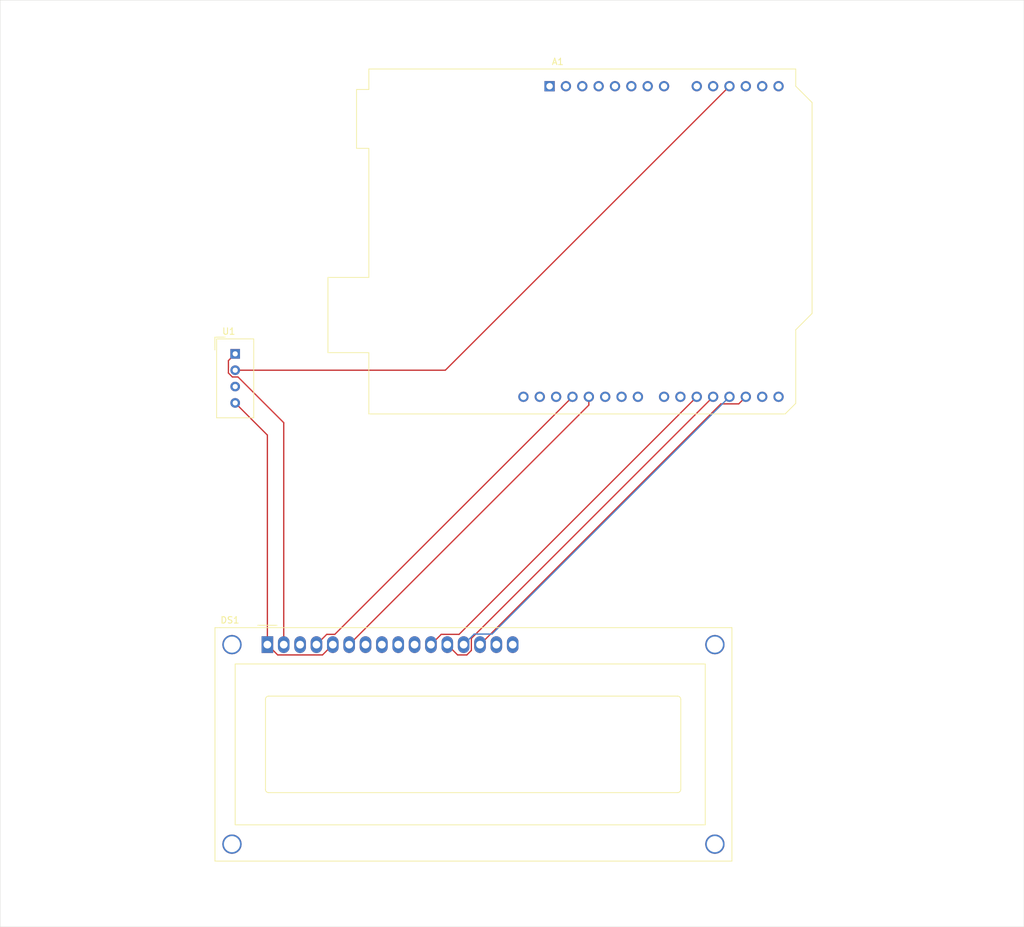
<source format=kicad_pcb>
(kicad_pcb (version 20240108) (generator "pcbnew") (generator_version "8.0")
  (layers (0 "F.Cu" signal) (31 "B.Cu" signal) (34 "B.Paste" user) (35 "F.Paste" user) (36 "B.SilkS" user "B.Silkscreen") (37 "F.SilkS" user "F.Silkscreen") (38 "B.Mask" user) (39 "F.Mask" user) (44 "Edge.Cuts" user))
  (net 0 "")
  (net 2 "Net-(A1-D12)")
  (net 5 "Net-(A1-D11)")
  (net 6 "Net-(A1-D4)")
  (net 7 "Net-(A1-D3)")
  (net 10 "Net-(A1-D5)")
  (net 12 "Net-(A1-A2)")
  (net 14 "Net-(A1-A0)")
  (net 18 "Net-(A1-D2)")
  (net 29 "Net-(A1-A1)")
  (net 30 "Net-(A1-D13)")
  (net 31 "GND")
  (net 35 "Net-(DS1-VO)")
  (net 37 "+5V")
  (footprint "Display:WC1602A" (layer "F.Cu") (at 88.5 114.6425)
    (property "Reference" "DS1" (at -5.82 -3.81 0) (layer "F.SilkS"))
    (property "Value" "WC1602A")
    (fp_line (start -8.14 -2.64) (end -8.14 33.64) (stroke (width 0.12)) (layer "F.SilkS"))
    (fp_line (start -8.14 33.64) (end 72.14 33.64) (stroke (width 0.12)) (layer "F.SilkS"))
    (fp_line (start -8.13 -2.64) (end -7.34 -2.64) (stroke (width 0.12)) (layer "F.SilkS"))
    (fp_line (start -5 3) (end 68 3) (stroke (width 0.12)) (layer "F.SilkS"))
    (fp_line (start -5 28) (end -5 3) (stroke (width 0.12)) (layer "F.SilkS"))
    (fp_line (start -1.5 -3) (end 1.5 -3) (stroke (width 0.12)) (layer "F.SilkS"))
    (fp_line (start -0.29972 22.49932) (end -0.29972 8.5) (stroke (width 0.12)) (layer "F.SilkS"))
    (fp_line (start 0.2 8) (end 63.7 8) (stroke (width 0.12)) (layer "F.SilkS"))
    (fp_line (start 63.70066 23) (end 0.2 23) (stroke (width 0.12)) (layer "F.SilkS"))
    (fp_line (start 64.2 8.5) (end 64.2 22.5) (stroke (width 0.12)) (layer "F.SilkS"))
    (fp_line (start 68 3) (end 68 28) (stroke (width 0.12)) (layer "F.SilkS"))
    (fp_line (start 68 28) (end -5 28) (stroke (width 0.12)) (layer "F.SilkS"))
    (fp_line (start 72.14 -2.64) (end -7.34 -2.64) (stroke (width 0.12)) (layer "F.SilkS"))
    (fp_line (start 72.14 33.64) (end 72.14 -2.64) (stroke (width 0.12)) (layer "F.SilkS"))
    (fp_arc (start -0.29972 8.49884) (mid -0.153162 8.145018) (end 0.20066 7.99846) (stroke (width 0.12)) (layer "F.SilkS"))
    (fp_arc (start 0.20066 22.9997) (mid -0.153162 22.853142) (end -0.29972 22.49932) (stroke (width 0.12)) (layer "F.SilkS"))
    (fp_arc (start 63.7 8) (mid 64.053553 8.146447) (end 64.2 8.5) (stroke (width 0.12)) (layer "F.SilkS"))
    (fp_arc (start 64.20104 22.49932) (mid 64.054479 22.85315) (end 63.70066 22.9997) (stroke (width 0.12)) (layer "F.SilkS"))
    (pad "" thru_hole circle (at -5.4991 0) (size 3 3) (drill 2.5) (layers "*.Cu" "*.Mask"))
    (pad "" thru_hole circle (at -5.4991 31.0007) (size 3 3) (drill 2.5) (layers "*.Cu" "*.Mask"))
    (pad "" thru_hole circle (at 69.49948 31.0007) (size 3 3) (drill 2.5) (layers "*.Cu" "*.Mask"))
    (pad "" thru_hole circle (at 69.5 0) (size 3 3) (drill 2.5) (layers "*.Cu" "*.Mask"))
    (pad "1" thru_hole rect (at 0 0) (size 1.8 2.6) (drill 1.2) (layers "*.Cu" "*.Mask") (net 31 "GND"))
    (pad "2" thru_hole oval (at 2.54 0) (size 1.8 2.6) (drill 1.2) (layers "*.Cu" "*.Mask") (net 37 "+5V"))
    (pad "3" thru_hole oval (at 5.08 0) (size 1.8 2.6) (drill 1.2) (layers "*.Cu" "*.Mask") (net 35 "Net-(DS1-VO)"))
    (pad "4" thru_hole oval (at 7.62 0) (size 1.8 2.6) (drill 1.2) (layers "*.Cu" "*.Mask") (net 2 "Net-(A1-D12)"))
    (pad "5" thru_hole oval (at 10.16 0) (size 1.8 2.6) (drill 1.2) (layers "*.Cu" "*.Mask") (net 31 "GND"))
    (pad "6" thru_hole oval (at 12.7 0) (size 1.8 2.6) (drill 1.2) (layers "*.Cu" "*.Mask") (net 5 "Net-(A1-D11)"))
    (pad "7" thru_hole oval (at 15.24 0) (size 1.8 2.6) (drill 1.2) (layers "*.Cu" "*.Mask"))
    (pad "8" thru_hole oval (at 17.78 0) (size 1.8 2.6) (drill 1.2) (layers "*.Cu" "*.Mask"))
    (pad "9" thru_hole oval (at 20.32 0) (size 1.8 2.6) (drill 1.2) (layers "*.Cu" "*.Mask"))
    (pad "10" thru_hole oval (at 22.86 0) (size 1.8 2.6) (drill 1.2) (layers "*.Cu" "*.Mask"))
    (pad "11" thru_hole oval (at 25.4 0) (size 1.8 2.6) (drill 1.2) (layers "*.Cu" "*.Mask") (net 10 "Net-(A1-D5)"))
    (pad "12" thru_hole oval (at 27.94 0) (size 1.8 2.6) (drill 1.2) (layers "*.Cu" "*.Mask") (net 6 "Net-(A1-D4)"))
    (pad "13" thru_hole oval (at 30.48 0) (size 1.8 2.6) (drill 1.2) (layers "*.Cu" "*.Mask") (net 7 "Net-(A1-D3)"))
    (pad "14" thru_hole oval (at 33.02 0) (size 1.8 2.6) (drill 1.2) (layers "*.Cu" "*.Mask") (net 18 "Net-(A1-D2)"))
    (pad "15" thru_hole oval (at 35.56 0) (size 1.8 2.6) (drill 1.2) (layers "*.Cu" "*.Mask"))
    (pad "16" thru_hole oval (at 38.1 0) (size 1.8 2.6) (drill 1.2) (layers "*.Cu" "*.Mask"))
  )
  (footprint "Module:Arduino_UNO_R2" (layer "F.Cu") (at 132.325 27.87)
    (property "Reference" "A1" (at 1.27 -3.81 180) (layer "F.SilkS"))
    (property "Value" "Arduino_UNO_R2")
    (fp_line (start -34.42 29.72) (end -34.42 41.4) (stroke (width 0.12)) (layer "F.SilkS"))
    (fp_line (start -34.42 41.4) (end -28.07 41.4) (stroke (width 0.12)) (layer "F.SilkS"))
    (fp_line (start -29.97 0.51) (end -29.97 9.65) (stroke (width 0.12)) (layer "F.SilkS"))
    (fp_line (start -29.97 9.65) (end -28.07 9.65) (stroke (width 0.12)) (layer "F.SilkS"))
    (fp_line (start -28.07 -2.67) (end -28.07 0.51) (stroke (width 0.12)) (layer "F.SilkS"))
    (fp_line (start -28.07 0.51) (end -29.97 0.51) (stroke (width 0.12)) (layer "F.SilkS"))
    (fp_line (start -28.07 9.65) (end -28.07 29.72) (stroke (width 0.12)) (layer "F.SilkS"))
    (fp_line (start -28.07 29.72) (end -34.42 29.72) (stroke (width 0.12)) (layer "F.SilkS"))
    (fp_line (start -28.07 41.4) (end -28.07 50.93) (stroke (width 0.12)) (layer "F.SilkS"))
    (fp_line (start -28.07 50.93) (end 36.58 50.93) (stroke (width 0.12)) (layer "F.SilkS"))
    (fp_line (start 36.58 50.93) (end 38.23 49.28) (stroke (width 0.12)) (layer "F.SilkS"))
    (fp_line (start 38.23 -2.67) (end -28.07 -2.67) (stroke (width 0.12)) (layer "F.SilkS"))
    (fp_line (start 38.23 0) (end 38.23 -2.67) (stroke (width 0.12)) (layer "F.SilkS"))
    (fp_line (start 38.23 37.85) (end 40.77 35.31) (stroke (width 0.12)) (layer "F.SilkS"))
    (fp_line (start 38.23 49.28) (end 38.23 37.85) (stroke (width 0.12)) (layer "F.SilkS"))
    (fp_line (start 40.77 2.54) (end 38.23 0) (stroke (width 0.12)) (layer "F.SilkS"))
    (fp_line (start 40.77 35.31) (end 40.77 2.54) (stroke (width 0.12)) (layer "F.SilkS"))
    (pad "1" thru_hole rect (at 0 0 90) (size 1.6 1.6) (drill 1) (layers "*.Cu" "*.Mask"))
    (pad "2" thru_hole oval (at 2.54 0 90) (size 1.6 1.6) (drill 1) (layers "*.Cu" "*.Mask"))
    (pad "3" thru_hole oval (at 5.08 0 90) (size 1.6 1.6) (drill 1) (layers "*.Cu" "*.Mask"))
    (pad "4" thru_hole oval (at 7.62 0 90) (size 1.6 1.6) (drill 1) (layers "*.Cu" "*.Mask"))
    (pad "5" thru_hole oval (at 10.16 0 90) (size 1.6 1.6) (drill 1) (layers "*.Cu" "*.Mask"))
    (pad "6" thru_hole oval (at 12.7 0 90) (size 1.6 1.6) (drill 1) (layers "*.Cu" "*.Mask"))
    (pad "7" thru_hole oval (at 15.24 0 90) (size 1.6 1.6) (drill 1) (layers "*.Cu" "*.Mask"))
    (pad "8" thru_hole oval (at 17.78 0 90) (size 1.6 1.6) (drill 1) (layers "*.Cu" "*.Mask"))
    (pad "9" thru_hole oval (at 22.86 0 90) (size 1.6 1.6) (drill 1) (layers "*.Cu" "*.Mask") (net 14 "Net-(A1-A0)"))
    (pad "10" thru_hole oval (at 25.4 0 90) (size 1.6 1.6) (drill 1) (layers "*.Cu" "*.Mask") (net 29 "Net-(A1-A1)"))
    (pad "11" thru_hole oval (at 27.94 0 90) (size 1.6 1.6) (drill 1) (layers "*.Cu" "*.Mask") (net 12 "Net-(A1-A2)"))
    (pad "12" thru_hole oval (at 30.48 0 90) (size 1.6 1.6) (drill 1) (layers "*.Cu" "*.Mask"))
    (pad "13" thru_hole oval (at 33.02 0 90) (size 1.6 1.6) (drill 1) (layers "*.Cu" "*.Mask"))
    (pad "14" thru_hole oval (at 35.56 0 90) (size 1.6 1.6) (drill 1) (layers "*.Cu" "*.Mask"))
    (pad "15" thru_hole oval (at 35.56 48.26 90) (size 1.6 1.6) (drill 1) (layers "*.Cu" "*.Mask"))
    (pad "16" thru_hole oval (at 33.02 48.26 90) (size 1.6 1.6) (drill 1) (layers "*.Cu" "*.Mask"))
    (pad "17" thru_hole oval (at 30.48 48.26 90) (size 1.6 1.6) (drill 1) (layers "*.Cu" "*.Mask") (net 18 "Net-(A1-D2)"))
    (pad "18" thru_hole oval (at 27.94 48.26 90) (size 1.6 1.6) (drill 1) (layers "*.Cu" "*.Mask") (net 7 "Net-(A1-D3)"))
    (pad "19" thru_hole oval (at 25.4 48.26 90) (size 1.6 1.6) (drill 1) (layers "*.Cu" "*.Mask") (net 6 "Net-(A1-D4)"))
    (pad "20" thru_hole oval (at 22.86 48.26 90) (size 1.6 1.6) (drill 1) (layers "*.Cu" "*.Mask") (net 10 "Net-(A1-D5)"))
    (pad "21" thru_hole oval (at 20.32 48.26 90) (size 1.6 1.6) (drill 1) (layers "*.Cu" "*.Mask"))
    (pad "22" thru_hole oval (at 17.78 48.26 90) (size 1.6 1.6) (drill 1) (layers "*.Cu" "*.Mask"))
    (pad "23" thru_hole oval (at 13.72 48.26 90) (size 1.6 1.6) (drill 1) (layers "*.Cu" "*.Mask"))
    (pad "24" thru_hole oval (at 11.18 48.26 90) (size 1.6 1.6) (drill 1) (layers "*.Cu" "*.Mask"))
    (pad "25" thru_hole oval (at 8.64 48.26 90) (size 1.6 1.6) (drill 1) (layers "*.Cu" "*.Mask"))
    (pad "26" thru_hole oval (at 6.1 48.26 90) (size 1.6 1.6) (drill 1) (layers "*.Cu" "*.Mask") (net 5 "Net-(A1-D11)"))
    (pad "27" thru_hole oval (at 3.56 48.26 90) (size 1.6 1.6) (drill 1) (layers "*.Cu" "*.Mask") (net 2 "Net-(A1-D12)"))
    (pad "28" thru_hole oval (at 1.02 48.26 90) (size 1.6 1.6) (drill 1) (layers "*.Cu" "*.Mask") (net 30 "Net-(A1-D13)"))
    (pad "29" thru_hole oval (at -1.52 48.26 90) (size 1.6 1.6) (drill 1) (layers "*.Cu" "*.Mask"))
    (pad "30" thru_hole oval (at -4.06 48.26 90) (size 1.6 1.6) (drill 1) (layers "*.Cu" "*.Mask"))
  )
  (footprint "Sensor:Aosong_DHT11_5.5x12.0_P2.54mm" (layer "F.Cu") (at 83.5 69.46)
    (property "Reference" "U1" (at -1 -3.5 0) (layer "F.SilkS"))
    (property "Value" "DHT11")
    (fp_line (start -3.16 -2.6) (end -3.16 -0.6) (stroke (width 0.12)) (layer "F.SilkS"))
    (fp_line (start -3.16 -2.6) (end -1.55 -2.6) (stroke (width 0.12)) (layer "F.SilkS"))
    (fp_line (start -2.88 9.94) (end -2.88 -2.31) (stroke (width 0.12)) (layer "F.SilkS"))
    (fp_line (start -2.87 -2.32) (end 2.87 -2.32) (stroke (width 0.12)) (layer "F.SilkS"))
    (fp_line (start 2.88 -2.32) (end 2.88 9.94) (stroke (width 0.12)) (layer "F.SilkS"))
    (fp_line (start 2.88 9.94) (end -2.88 9.94) (stroke (width 0.12)) (layer "F.SilkS"))
    (pad "1" thru_hole rect (at 0 0) (size 1.5 1.5) (drill 0.8) (layers "*.Cu" "*.Mask") (net 37 "+5V"))
    (pad "2" thru_hole circle (at 0 2.54) (size 1.5 1.5) (drill 0.8) (layers "*.Cu" "*.Mask") (net 12 "Net-(A1-A2)"))
    (pad "3" thru_hole circle (at 0 5.08) (size 1.5 1.5) (drill 0.8) (layers "*.Cu" "*.Mask"))
    (pad "4" thru_hole circle (at 0 7.62) (size 1.5 1.5) (drill 0.8) (layers "*.Cu" "*.Mask") (net 31 "GND"))
  )
  (gr_rect (start 47 14.5) (end 206 158.5) (stroke (width 0.05)) (fill none) (layer "Edge.Cuts"))
  (segment (start 96.12 114.6425) (end 97.72 113.0425) (width 0.2) (layer "F.Cu") (net 2))
  (segment (start 98.9725 113.0425) (end 135.885 76.13) (width 0.2) (layer "F.Cu") (net 2))
  (segment (start 97.72 113.0425) (end 98.9725 113.0425) (width 0.2) (layer "F.Cu") (net 2))
  (segment (start 101.2 114.6425) (end 138.425 77.4175) (width 0.2) (layer "F.Cu") (net 5))
  (segment (start 138.425 77.4175) (end 138.425 76.13) (width 0.2) (layer "F.Cu") (net 5))
  (segment (start 116.44 114.6425) (end 118.04 116.2425) (width 0.2) (layer "F.Cu") (net 6))
  (segment (start 120.18 115.539556) (end 120.18 113.675) (width 0.2) (layer "F.Cu") (net 6))
  (segment (start 119.477056 116.2425) (end 120.18 115.539556) (width 0.2) (layer "F.Cu") (net 6))
  (segment (start 120.18 113.675) (end 157.725 76.13) (width 0.2) (layer "F.Cu") (net 6))
  (segment (start 118.04 116.2425) (end 119.477056 116.2425) (width 0.2) (layer "F.Cu") (net 6))
  (segment (start 123.395 113) (end 120.6225 113) (width 0.2) (layer "B.Cu") (net 7))
  (segment (start 120.6225 113) (end 118.98 114.6425) (width 0.2) (layer "B.Cu") (net 7))
  (segment (start 160.265 76.13) (end 123.395 113) (width 0.2) (layer "B.Cu") (net 7))
  (segment (start 115.5 113.0425) (end 113.9 114.6425) (width 0.2) (layer "F.Cu") (net 10))
  (segment (start 155.185 76.13) (end 118.2725 113.0425) (width 0.2) (layer "F.Cu") (net 10))
  (segment (start 118.2725 113.0425) (end 115.5 113.0425) (width 0.2) (layer "F.Cu") (net 10))
  (segment (start 83.5 72) (end 116.135 72) (width 0.2) (layer "F.Cu") (net 12))
  (segment (start 116.135 72) (end 160.265 27.87) (width 0.2) (layer "F.Cu") (net 12))
  (segment (start 161.705 77.23) (end 162.805 76.13) (width 0.2) (layer "F.Cu") (net 18))
  (segment (start 158.9325 77.23) (end 161.705 77.23) (width 0.2) (layer "F.Cu") (net 18))
  (segment (start 121.52 114.6425) (end 158.9325 77.23) (width 0.2) (layer "F.Cu") (net 18))
  (segment (start 88.5 114.6425) (end 88.5 82.08) (width 0.2) (layer "F.Cu") (net 31))
  (segment (start 90.1 116.2425) (end 88.5 114.6425) (width 0.2) (layer "F.Cu") (net 31))
  (segment (start 88.5 82.08) (end 83.5 77.08) (width 0.2) (layer "F.Cu") (net 31))
  (segment (start 98.66 114.6425) (end 97.06 116.2425) (width 0.2) (layer "F.Cu") (net 31))
  (segment (start 97.06 116.2425) (end 90.1 116.2425) (width 0.2) (layer "F.Cu") (net 31))
  (segment (start 82.45 70.51) (end 83.5 69.46) (width 0.2) (layer "F.Cu") (net 37))
  (segment (start 83.065075 73.05) (end 82.45 72.434925) (width 0.2) (layer "F.Cu") (net 37))
  (segment (start 82.45 72.434925) (end 82.45 70.51) (width 0.2) (layer "F.Cu") (net 37))
  (segment (start 91.04 80.155075) (end 83.934925 73.05) (width 0.2) (layer "F.Cu") (net 37))
  (segment (start 91.04 114.6425) (end 91.04 80.155075) (width 0.2) (layer "F.Cu") (net 37))
  (segment (start 83.934925 73.05) (end 83.065075 73.05) (width 0.2) (layer "F.Cu") (net 37))
)
</source>
